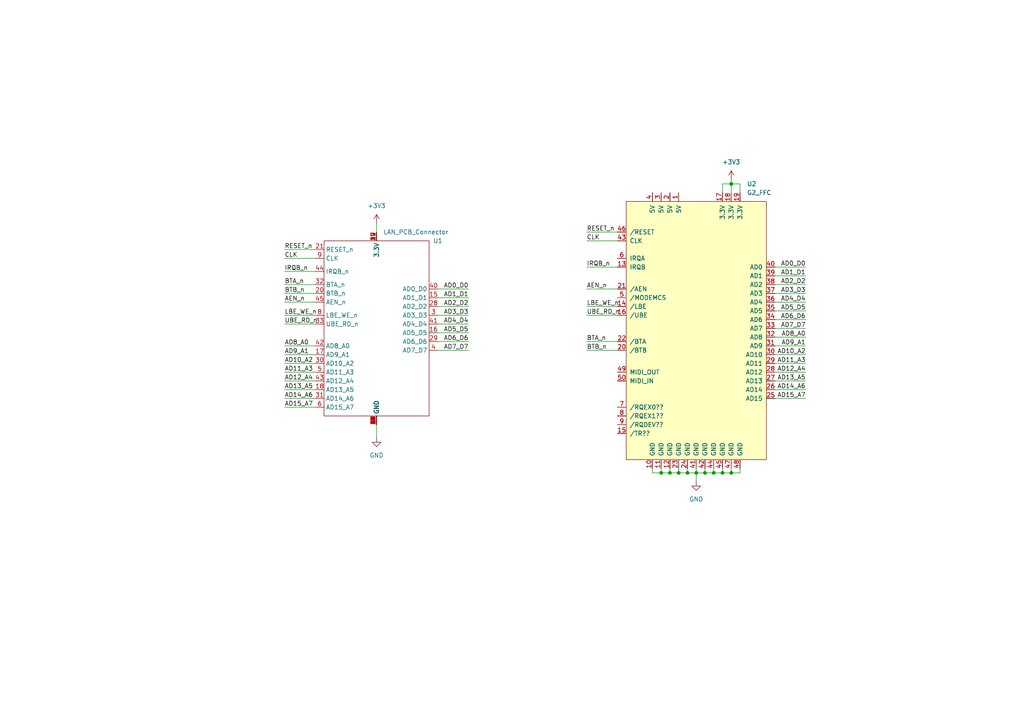
<source format=kicad_sch>
(kicad_sch (version 20211123) (generator eeschema)
  (paper "A4")
  (lib_symbols
    (symbol "AW_Symbols:LAN_PCB_Connector"
      (property "Reference" "U" (at 0 0 0))
      (property "Value" "LAN_PCB_Connector" (at 0 0 0))
      (symbol "LAN_PCB_Connector_0_1"
        (rectangle (start -15.24 22.86) (end 15.24 -27.94))
      )
      (symbol "LAN_PCB_Connector_1_1"
        (pin power_in line (at 0 -30.48 90) (length 2.54) (name "GND") (number "1"))
        (pin power_in line (at 0 -30.48 90) (length 2.54) (name "GND") (number "11"))
        (pin power_in line (at 0 25.4 270) (length 2.54) (name "3.3V") (number "12"))
        (pin power_in line (at 0 -30.48 90) (length 2.54) (name "GND") (number "14"))
        (pin input line (at 17.78 6.35 180) (length 2.54) (name "AD1_D1") (number "15"))
        (pin input line (at 17.78 -3.81 180) (length 2.54) (name "AD5_D5") (number "16"))
        (pin input line (at -17.78 -10.16 0) (length 2.54) (name "AD9_A1") (number "17"))
        (pin input line (at -17.78 -20.32 0) (length 2.54) (name "AD13_A5") (number "18"))
        (pin power_in line (at 0 -30.48 90) (length 2.54) (name "GND") (number "19"))
        (pin power_in line (at 0 -30.48 90) (length 2.54) (name "GND") (number "2"))
        (pin input line (at -17.78 7.62 0) (length 2.54) (name "BTB_n") (number "20"))
        (pin input line (at -17.78 20.32 0) (length 2.54) (name "RESET_n") (number "21"))
        (pin power_in line (at 0 -30.48 90) (length 2.54) (name "GND") (number "23"))
        (pin power_in line (at 0 25.4 270) (length 2.54) (name "3.3V") (number "24"))
        (pin power_in line (at 0 -30.48 90) (length 2.54) (name "GND") (number "26"))
        (pin power_in line (at 0 -30.48 90) (length 2.54) (name "GND") (number "27"))
        (pin input line (at 17.78 3.81 180) (length 2.54) (name "AD2_D2") (number "28"))
        (pin input line (at 17.78 -6.35 180) (length 2.54) (name "AD6_D6") (number "29"))
        (pin input line (at 17.78 1.27 180) (length 2.54) (name "AD3_D3") (number "3"))
        (pin input line (at -17.78 -12.7 0) (length 2.54) (name "AD10_A2") (number "30"))
        (pin input line (at -17.78 -22.86 0) (length 2.54) (name "AD14_A6") (number "31"))
        (pin input line (at -17.78 10.16 0) (length 2.54) (name "BTA_n") (number "32"))
        (pin input line (at -17.78 -1.27 0) (length 2.54) (name "UBE_RD_n") (number "33"))
        (pin power_in line (at 0 -30.48 90) (length 2.54) (name "GND") (number "34"))
        (pin power_in line (at 0 -30.48 90) (length 2.54) (name "GND") (number "36"))
        (pin power_in line (at 0 25.4 270) (length 2.54) (name "3.3V") (number "37"))
        (pin power_in line (at 0 -30.48 90) (length 2.54) (name "GND") (number "39"))
        (pin input line (at 17.78 -8.89 180) (length 2.54) (name "AD7_D7") (number "4"))
        (pin input line (at 17.78 8.89 180) (length 2.54) (name "AD0_D0") (number "40"))
        (pin input line (at 17.78 -1.27 180) (length 2.54) (name "AD4_D4") (number "41"))
        (pin input line (at -17.78 -7.62 0) (length 2.54) (name "AD8_A0") (number "42"))
        (pin input line (at -17.78 -17.78 0) (length 2.54) (name "AD12_A4") (number "43"))
        (pin input line (at -17.78 13.97 0) (length 2.54) (name "IRQB_n") (number "44"))
        (pin input line (at -17.78 5.08 0) (length 2.54) (name "AEN_n") (number "45"))
        (pin power_in line (at 0 -30.48 90) (length 2.54) (name "GND") (number "46"))
        (pin power_in line (at 0 -30.48 90) (length 2.54) (name "GND") (number "47"))
        (pin power_in line (at 0 -30.48 90) (length 2.54) (name "GND") (number "48"))
        (pin power_in line (at 0 25.4 270) (length 2.54) (name "3.3V") (number "49"))
        (pin input line (at -17.78 -15.24 0) (length 2.54) (name "AD11_A3") (number "5"))
        (pin input line (at -17.78 -25.4 0) (length 2.54) (name "AD15_A7") (number "6"))
        (pin input line (at -17.78 1.27 0) (length 2.54) (name "LBE_WE_n") (number "8"))
        (pin input line (at -17.78 17.78 0) (length 2.54) (name "CLK") (number "9"))
      )
    )
    (symbol "DreamcastCommon:G2_FFC" (pin_names (offset 1.016))
      (property "Reference" "U" (at 0 0 0))
      (property "Value" "G2_FFC" (at 0 -2.54 0))
      (symbol "G2_FFC_0_1"
        (rectangle (start -20.32 38.1) (end 20.32 -36.83) (fill (type background)))
      )
      (symbol "G2_FFC_1_1"
        (pin input line (at -5.08 40.64 270) (length 2.54) (name "5V") (number "1"))
        (pin input line (at -12.7 -39.37 90) (length 2.54) (name "GND") (number "10"))
        (pin input line (at -10.16 -39.37 90) (length 2.54) (name "GND") (number "11"))
        (pin input line (at -7.62 -39.37 90) (length 2.54) (name "GND") (number "12"))
        (pin input line (at -22.86 19.05 0) (length 2.54) (name "IRQB") (number "13"))
        (pin input line (at -22.86 7.62 0) (length 2.54) (name "/LBE") (number "14"))
        (pin input line (at -22.86 -29.21 0) (length 2.54) (name "/TR??") (number "15"))
        (pin input line (at -22.86 5.08 0) (length 2.54) (name "/UBE") (number "16"))
        (pin input line (at 7.62 40.64 270) (length 2.54) (name "3.3V") (number "17"))
        (pin input line (at 10.16 40.64 270) (length 2.54) (name "3.3V") (number "18"))
        (pin input line (at 12.7 40.64 270) (length 2.54) (name "3.3V") (number "19"))
        (pin input line (at -7.62 40.64 270) (length 2.54) (name "5V") (number "2"))
        (pin input line (at -22.86 -5.08 0) (length 2.54) (name "/BTB") (number "20"))
        (pin input line (at -22.86 12.7 0) (length 2.54) (name "/AEN") (number "21"))
        (pin input line (at -22.86 -2.54 0) (length 2.54) (name "/BTA") (number "22"))
        (pin input line (at -5.08 -39.37 90) (length 2.54) (name "GND") (number "23"))
        (pin input line (at -2.54 -39.37 90) (length 2.54) (name "GND") (number "24"))
        (pin input line (at 22.86 -19.05 180) (length 2.54) (name "AD15") (number "25"))
        (pin input line (at 22.86 -16.51 180) (length 2.54) (name "AD14") (number "26"))
        (pin input line (at 22.86 -13.97 180) (length 2.54) (name "AD13") (number "27"))
        (pin input line (at 22.86 -11.43 180) (length 2.54) (name "AD12") (number "28"))
        (pin input line (at 22.86 -8.89 180) (length 2.54) (name "AD11") (number "29"))
        (pin input line (at -10.16 40.64 270) (length 2.54) (name "5V") (number "3"))
        (pin input line (at 22.86 -6.35 180) (length 2.54) (name "AD10") (number "30"))
        (pin input line (at 22.86 -3.81 180) (length 2.54) (name "AD9") (number "31"))
        (pin input line (at 22.86 -1.27 180) (length 2.54) (name "AD8") (number "32"))
        (pin input line (at 22.86 1.27 180) (length 2.54) (name "AD7") (number "33"))
        (pin input line (at 22.86 3.81 180) (length 2.54) (name "AD6") (number "34"))
        (pin input line (at 22.86 6.35 180) (length 2.54) (name "AD5") (number "35"))
        (pin input line (at 22.86 8.89 180) (length 2.54) (name "AD4") (number "36"))
        (pin input line (at 22.86 11.43 180) (length 2.54) (name "AD3") (number "37"))
        (pin input line (at 22.86 13.97 180) (length 2.54) (name "AD2") (number "38"))
        (pin input line (at 22.86 16.51 180) (length 2.54) (name "AD1") (number "39"))
        (pin input line (at -12.7 40.64 270) (length 2.54) (name "5V") (number "4"))
        (pin input line (at 22.86 19.05 180) (length 2.54) (name "AD0") (number "40"))
        (pin input line (at 0 -39.37 90) (length 2.54) (name "GND") (number "41"))
        (pin input line (at 2.54 -39.37 90) (length 2.54) (name "GND") (number "42"))
        (pin input line (at -22.86 26.67 0) (length 2.54) (name "CLK") (number "43"))
        (pin input line (at 5.08 -39.37 90) (length 2.54) (name "GND") (number "44"))
        (pin input line (at 7.62 -39.37 90) (length 2.54) (name "GND") (number "45"))
        (pin input line (at -22.86 29.21 0) (length 2.54) (name "/RESET") (number "46"))
        (pin input line (at 10.16 -39.37 90) (length 2.54) (name "GND") (number "47"))
        (pin input line (at 12.7 -39.37 90) (length 2.54) (name "GND") (number "48"))
        (pin input line (at -22.86 -11.43 0) (length 2.54) (name "MIDI_OUT") (number "49"))
        (pin input line (at -22.86 10.16 0) (length 2.54) (name "/MODEMCS") (number "5"))
        (pin input line (at -22.86 -13.97 0) (length 2.54) (name "MIDI_IN") (number "50"))
        (pin input line (at -22.86 21.59 0) (length 2.54) (name "IRQA") (number "6"))
        (pin input line (at -22.86 -21.59 0) (length 2.54) (name "/RQEX0??") (number "7"))
        (pin input line (at -22.86 -24.13 0) (length 2.54) (name "/RQEX1??") (number "8"))
        (pin input line (at -22.86 -26.67 0) (length 2.54) (name "/RQDEV??") (number "9"))
      )
    )
    (symbol "power:+3.3V" (power) (pin_names (offset 0))
      (property "Value" "+3.3V" (at 0 3.556 0))
      (symbol "+3.3V_0_1"
        (polyline (pts (xy -0.762 1.27) (xy 0 2.54)))
        (polyline (pts (xy 0 0) (xy 0 2.54)))
        (polyline (pts (xy 0 2.54) (xy 0.762 1.27)))
      )
      (symbol "+3.3V_1_1"
        (pin power_in line (at 0 0 90) (length 0) hide (name "+3V3") (number "1"))
      )
    )
    (symbol "power:GND" (power) (pin_names (offset 0))
      (property "Value" "GND" (at 0 -3.81 0))
      (symbol "GND_0_1"
        (polyline (pts (xy 0 0) (xy 0 -1.27) (xy 1.27 -1.27) (xy 0 -2.54) (xy -1.27 -1.27) (xy 0 -1.27)))
      )
      (symbol "GND_1_1"
        (pin power_in line (at 0 0 270) (length 0) hide (name "GND") (number "1"))
      )
    )
  )
  (junction (at 196.85 137.16))
  (junction (at 201.93 137.16))
  (junction (at 209.55 137.16))
  (junction (at 207.01 137.16))
  (junction (at 204.47 137.16))
  (junction (at 212.09 53.34))
  (junction (at 212.09 137.16))
  (junction (at 191.77 137.16))
  (junction (at 199.39 137.16))
  (junction (at 194.31 137.16))
  (wire (pts (xy 109.22 64.77) (xy 109.22 67.31)))
  (wire (pts (xy 212.09 52.07) (xy 212.09 53.34)))
  (wire (pts (xy 82.55 72.39) (xy 91.44 72.39)))
  (wire (pts (xy 224.79 92.71) (xy 233.68 92.71)))
  (wire (pts (xy 196.85 135.89) (xy 196.85 137.16)))
  (wire (pts (xy 224.79 110.49) (xy 233.68 110.49)))
  (wire (pts (xy 82.55 102.87) (xy 91.44 102.87)))
  (wire (pts (xy 209.55 137.16) (xy 212.09 137.16)))
  (wire (pts (xy 194.31 137.16) (xy 196.85 137.16)))
  (wire (pts (xy 224.79 80.01) (xy 233.68 80.01)))
  (wire (pts (xy 224.79 90.17) (xy 233.68 90.17)))
  (wire (pts (xy 214.63 55.88) (xy 214.63 53.34)))
  (wire (pts (xy 224.79 95.25) (xy 233.68 95.25)))
  (wire (pts (xy 170.18 67.31) (xy 179.07 67.31)))
  (wire (pts (xy 170.18 101.6) (xy 179.07 101.6)))
  (wire (pts (xy 189.23 137.16) (xy 191.77 137.16)))
  (wire (pts (xy 207.01 137.16) (xy 209.55 137.16)))
  (wire (pts (xy 201.93 137.16) (xy 204.47 137.16)))
  (wire (pts (xy 224.79 113.03) (xy 233.68 113.03)))
  (wire (pts (xy 204.47 137.16) (xy 207.01 137.16)))
  (wire (pts (xy 224.79 105.41) (xy 233.68 105.41)))
  (wire (pts (xy 204.47 135.89) (xy 204.47 137.16)))
  (wire (pts (xy 212.09 135.89) (xy 212.09 137.16)))
  (wire (pts (xy 170.18 69.85) (xy 179.07 69.85)))
  (wire (pts (xy 170.18 77.47) (xy 179.07 77.47)))
  (wire (pts (xy 224.79 100.33) (xy 233.68 100.33)))
  (wire (pts (xy 224.79 107.95) (xy 233.68 107.95)))
  (wire (pts (xy 109.22 123.19) (xy 109.22 127)))
  (wire (pts (xy 196.85 137.16) (xy 199.39 137.16)))
  (wire (pts (xy 209.55 53.34) (xy 212.09 53.34)))
  (wire (pts (xy 201.93 135.89) (xy 201.93 137.16)))
  (wire (pts (xy 212.09 53.34) (xy 212.09 55.88)))
  (wire (pts (xy 170.18 91.44) (xy 179.07 91.44)))
  (wire (pts (xy 194.31 135.89) (xy 194.31 137.16)))
  (wire (pts (xy 189.23 135.89) (xy 189.23 137.16)))
  (wire (pts (xy 224.79 85.09) (xy 233.68 85.09)))
  (wire (pts (xy 82.55 85.09) (xy 91.44 85.09)))
  (wire (pts (xy 127 101.6) (xy 135.89 101.6)))
  (wire (pts (xy 127 86.36) (xy 135.89 86.36)))
  (wire (pts (xy 82.55 91.44) (xy 91.44 91.44)))
  (wire (pts (xy 224.79 97.79) (xy 233.68 97.79)))
  (wire (pts (xy 209.55 55.88) (xy 209.55 53.34)))
  (wire (pts (xy 82.55 82.55) (xy 91.44 82.55)))
  (wire (pts (xy 127 99.06) (xy 135.89 99.06)))
  (wire (pts (xy 82.55 110.49) (xy 91.44 110.49)))
  (wire (pts (xy 199.39 135.89) (xy 199.39 137.16)))
  (wire (pts (xy 82.55 118.11) (xy 91.44 118.11)))
  (wire (pts (xy 224.79 77.47) (xy 233.68 77.47)))
  (wire (pts (xy 127 96.52) (xy 135.89 96.52)))
  (wire (pts (xy 127 88.9) (xy 135.89 88.9)))
  (wire (pts (xy 82.55 100.33) (xy 91.44 100.33)))
  (wire (pts (xy 170.18 83.82) (xy 179.07 83.82)))
  (wire (pts (xy 224.79 102.87) (xy 233.68 102.87)))
  (wire (pts (xy 170.18 99.06) (xy 179.07 99.06)))
  (wire (pts (xy 170.18 88.9) (xy 179.07 88.9)))
  (wire (pts (xy 127 93.98) (xy 135.89 93.98)))
  (wire (pts (xy 212.09 137.16) (xy 214.63 137.16)))
  (wire (pts (xy 201.93 137.16) (xy 201.93 139.7)))
  (wire (pts (xy 191.77 135.89) (xy 191.77 137.16)))
  (wire (pts (xy 224.79 115.57) (xy 233.68 115.57)))
  (wire (pts (xy 207.01 135.89) (xy 207.01 137.16)))
  (wire (pts (xy 82.55 87.63) (xy 91.44 87.63)))
  (wire (pts (xy 209.55 135.89) (xy 209.55 137.16)))
  (wire (pts (xy 82.55 78.74) (xy 91.44 78.74)))
  (wire (pts (xy 214.63 135.89) (xy 214.63 137.16)))
  (wire (pts (xy 82.55 113.03) (xy 91.44 113.03)))
  (wire (pts (xy 127 91.44) (xy 135.89 91.44)))
  (wire (pts (xy 127 83.82) (xy 135.89 83.82)))
  (wire (pts (xy 82.55 115.57) (xy 91.44 115.57)))
  (wire (pts (xy 224.79 82.55) (xy 233.68 82.55)))
  (wire (pts (xy 82.55 105.41) (xy 91.44 105.41)))
  (wire (pts (xy 224.79 87.63) (xy 233.68 87.63)))
  (wire (pts (xy 82.55 93.98) (xy 91.44 93.98)))
  (wire (pts (xy 82.55 74.93) (xy 91.44 74.93)))
  (wire (pts (xy 191.77 137.16) (xy 194.31 137.16)))
  (wire (pts (xy 199.39 137.16) (xy 201.93 137.16)))
  (wire (pts (xy 214.63 53.34) (xy 212.09 53.34)))
  (wire (pts (xy 82.55 107.95) (xy 91.44 107.95)))
  (label "AD10_A2" (at 233.68 102.87 180))
  (label "BTB_n" (at 82.55 85.09 0))
  (label "AD8_A0" (at 82.55 100.33 0))
  (label "RESET_n" (at 170.18 67.31 0))
  (label "AEN_n" (at 82.55 87.63 0))
  (label "AD3_D3" (at 135.89 91.44 180))
  (label "AD0_D0" (at 233.68 77.47 180))
  (label "AD6_D6" (at 233.68 92.71 180))
  (label "UBE_RD_n" (at 170.18 91.44 0))
  (label "LBE_WE_n" (at 82.55 91.44 0))
  (label "AD2_D2" (at 233.68 82.55 180))
  (label "AD11_A3" (at 82.55 107.95 0))
  (label "AD2_D2" (at 135.89 88.9 180))
  (label "BTA_n" (at 82.55 82.55 0))
  (label "AD12_A4" (at 82.55 110.49 0))
  (label "AD7_D7" (at 135.89 101.6 180))
  (label "AD4_D4" (at 135.89 93.98 180))
  (label "AD13_A5" (at 233.68 110.49 180))
  (label "AEN_n" (at 170.18 83.82 0))
  (label "AD11_A3" (at 233.68 105.41 180))
  (label "LBE_WE_n" (at 170.18 88.9 0))
  (label "AD15_A7" (at 233.68 115.57 180))
  (label "AD5_D5" (at 135.89 96.52 180))
  (label "CLK" (at 82.55 74.93 0))
  (label "AD10_A2" (at 82.55 105.41 0))
  (label "AD3_D3" (at 233.68 85.09 180))
  (label "AD5_D5" (at 233.68 90.17 180))
  (label "IRQB_n" (at 170.18 77.47 0))
  (label "UBE_RD_n" (at 82.55 93.98 0))
  (label "AD12_A4" (at 233.68 107.95 180))
  (label "IRQB_n" (at 82.55 78.74 0))
  (label "AD15_A7" (at 82.55 118.11 0))
  (label "AD14_A6" (at 233.68 113.03 180))
  (label "AD14_A6" (at 82.55 115.57 0))
  (label "CLK" (at 170.18 69.85 0))
  (label "AD8_A0" (at 233.68 97.79 180))
  (label "AD1_D1" (at 233.68 80.01 180))
  (label "AD1_D1" (at 135.89 86.36 180))
  (label "AD0_D0" (at 135.89 83.82 180))
  (label "AD6_D6" (at 135.89 99.06 180))
  (label "RESET_n" (at 82.55 72.39 0))
  (label "AD13_A5" (at 82.55 113.03 0))
  (label "AD7_D7" (at 233.68 95.25 180))
  (label "AD9_A1" (at 82.55 102.87 0))
  (label "AD4_D4" (at 233.68 87.63 180))
  (label "BTB_n" (at 170.18 101.6 0))
  (label "BTA_n" (at 170.18 99.06 0))
  (label "AD9_A1" (at 233.68 100.33 180))
  (symbol (lib_id "AW_Symbols:LAN_PCB_Connector") (at 109.22 92.71 0) (unit 1)
    (property "Reference" "U1" (at 127 69.85 0))
    (property "Value" "LAN_PCB_Connector" (at 120.65 67.31 0))
    (property "Footprint" "AW_Footprints:AW_LAN_PCB_Connector" (effects hide))
  )
  (symbol (lib_id "power:+3.3V") (at 212.09 52.07 0) (unit 1)
    (property "Reference" "#PWR0103" (effects hide))
    (property "Value" "+3.3V" (at 212.09 46.99 0))
  )
  (symbol (lib_id "DreamcastCommon:G2_FFC") (at 201.93 96.52 0) (unit 1)
    (property "Reference" "U2" (at 216.6494 53.34 0) (effects (justify left)))
    (property "Value" "G2_FFC" (at 216.6494 55.88 0) (effects (justify left)))
    (property "Footprint" "DreamcastCommonFootprints:G2_FFC" (effects hide))
  )
  (symbol (lib_id "power:+3.3V") (at 109.22 64.77 0) (unit 1)
    (property "Reference" "#PWR0102" (effects hide))
    (property "Value" "+3.3V" (at 109.22 59.69 0))
  )
  (symbol (lib_id "power:GND") (at 109.22 127 0) (unit 1)
    (property "Reference" "#PWR0104" (effects hide))
    (property "Value" "GND" (at 109.22 132.08 0))
  )
  (symbol (lib_id "power:GND") (at 201.93 139.7 0) (unit 1)
    (property "Reference" "#PWR0101" (effects hide))
    (property "Value" "GND" (at 201.93 144.78 0))
  )
)
</source>
